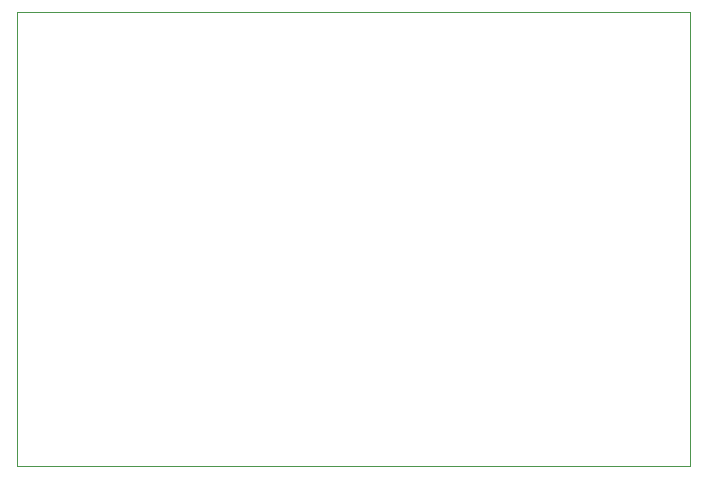
<source format=gbr>
%TF.GenerationSoftware,KiCad,Pcbnew,8.0.0*%
%TF.CreationDate,2024-03-20T16:58:58+01:00*%
%TF.ProjectId,Stylophon_1,5374796c-6f70-4686-9f6e-5f312e6b6963,rev?*%
%TF.SameCoordinates,Original*%
%TF.FileFunction,Profile,NP*%
%FSLAX46Y46*%
G04 Gerber Fmt 4.6, Leading zero omitted, Abs format (unit mm)*
G04 Created by KiCad (PCBNEW 8.0.0) date 2024-03-20 16:58:58*
%MOMM*%
%LPD*%
G01*
G04 APERTURE LIST*
%TA.AperFunction,Profile*%
%ADD10C,0.050000*%
%TD*%
G04 APERTURE END LIST*
D10*
X86000000Y-104000000D02*
X143000000Y-104000000D01*
X143000000Y-142500000D01*
X86000000Y-142500000D01*
X86000000Y-104000000D01*
M02*

</source>
